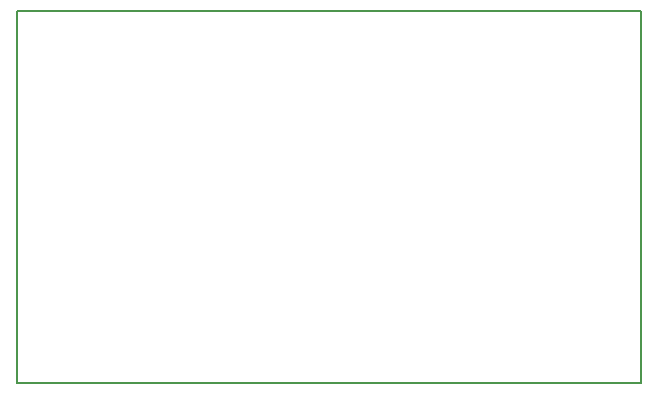
<source format=gm1>
G04 MADE WITH FRITZING*
G04 WWW.FRITZING.ORG*
G04 DOUBLE SIDED*
G04 HOLES PLATED*
G04 CONTOUR ON CENTER OF CONTOUR VECTOR*
%ASAXBY*%
%FSLAX23Y23*%
%MOIN*%
%OFA0B0*%
%SFA1.0B1.0*%
%ADD10R,2.089000X1.251020*%
%ADD11C,0.008000*%
%ADD10C,0.008*%
%LNCONTOUR*%
G90*
G70*
G54D10*
G54D11*
X4Y1247D02*
X2085Y1247D01*
X2085Y4D01*
X4Y4D01*
X4Y1247D01*
D02*
G04 End of contour*
M02*
</source>
